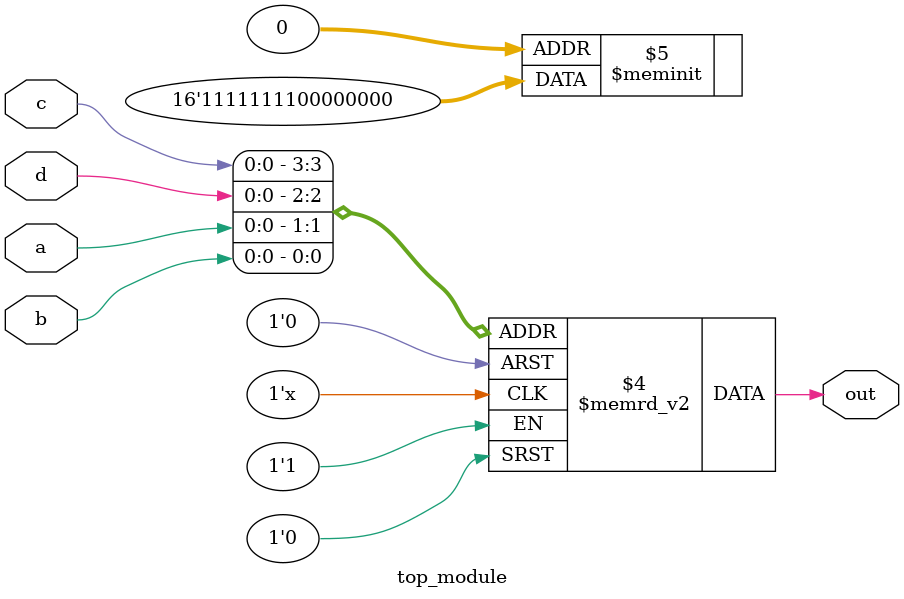
<source format=sv>
module top_module (
    input a,
    input b,
    input c,
    input d,
    output reg out
);

always @(*) begin
    case ({c, d, a, b})
        4'b0000: out = 1'b0; // ab=00, cd=00
        4'b0001: out = 1'b0; // ab=01, cd=00
        4'b0010: out = 1'b0; // ab=10, cd=00
        4'b0011: out = 1'b0; // ab=11, cd=00
        4'b0100: out = 1'b0; // ab=00, cd=01
        4'b0101: out = 1'b0; // ab=01, cd=01
        4'b0110: out = 1'b0; // ab=10, cd=01, don't-care (choose 0)
        4'b0111: out = 1'b0; // ab=11, cd=01, don't-care (choose 0)
        4'b1000: out = 1'b1; // ab=00, cd=10
        4'b1001: out = 1'b1; // ab=01, cd=10, don't-care (choose 1)
        4'b1010: out = 1'b1; // ab=10, cd=10
        4'b1011: out = 1'b1; // ab=11, cd=10
        4'b1100: out = 1'b1; // ab=00, cd=11
        4'b1101: out = 1'b1; // ab=01, cd=11, don't-care (choose 1)
        4'b1110: out = 1'b1; // ab=10, cd=11
        4'b1111: out = 1'b1; // ab=11, cd=11
        default: out = 1'b0; // Default to 0 for safety
    endcase
end

endmodule

</source>
